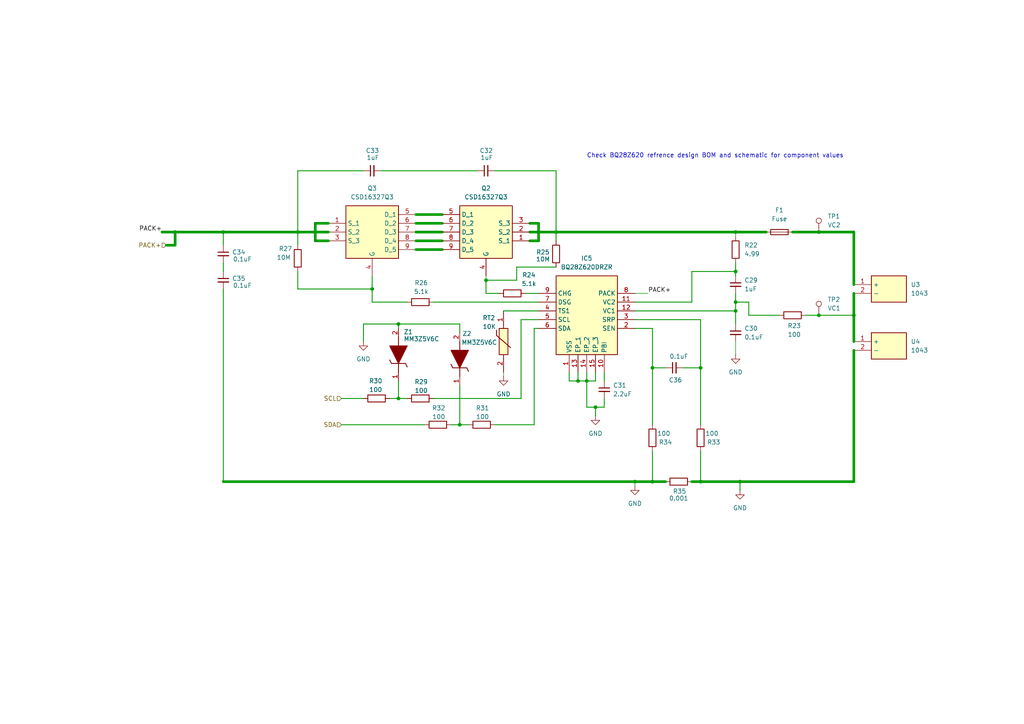
<source format=kicad_sch>
(kicad_sch (version 20250114) (generator "eeschema") (generator_version "9.0")
  (paper "A4")
  (lib_symbols
    (symbol "103AT-2:103AT-2" (pin_names (hide yes))
      (property "Reference" "RT" (at 13.97 6.35 0))
      (property "Value" "103AT-2" (at 13.97 3.81 0))
      (symbol "103AT-2_1_1"
        (rectangle (start 5.08 1.27) (end 12.7 -1.27) (stroke (width 0.254)) (fill (type background)))
        (polyline (pts (xy 5.588 -2.032) (xy 7.112 -2.032)) (stroke (width 0.254)))
        (polyline (pts (xy 10.668 2.032) (xy 7.112 -2.032)) (stroke (width 0.254)))
        (pin passive line (at 0 0 0) (length 5.08) (name "1") (number "1"))
        (pin passive line (at 17.78 0 180) (length 5.08) (name "2") (number "2"))
      )
    )
    (symbol "1043_1"
      (property "Reference" "U" (at 16.51 7.62 0))
      (property "Value" "1043" (at 16.51 5.08 0))
      (symbol "1043_1_1_1"
        (rectangle (start 5.08 2.54) (end 15.24 -5.08) (stroke (width 0.254)) (fill (type background)))
        (pin passive line (at 0 0 0) (length 5.08) (name "+") (number "1"))
        (pin passive line (at 0 -2.54 0) (length 5.08) (name "-") (number "2"))
      )
    )
    (symbol "BQ28Z620DRZR_1"
      (property "Reference" "IC5" (at 13.97 7.62 0))
      (property "Value" "BQ28Z620DRZR" (at 13.97 5.08 0))
      (symbol "BQ28Z620DRZR_1_1_1"
        (rectangle (start 5.08 2.54) (end 22.86 -20.32) (stroke (width 0.254)) (fill (type background)))
        (pin passive line (at 0 -2.54 0) (length 5.08) (name "CHG") (number "9"))
        (pin passive line (at 0 -5.08 0) (length 5.08) (name "DSG") (number "7"))
        (pin passive line (at 0 -7.62 0) (length 5.08) (name "TS1") (number "4"))
        (pin passive line (at 0 -10.16 0) (length 5.08) (name "SCL") (number "5"))
        (pin passive line (at 0 -12.7 0) (length 5.08) (name "SDA") (number "6"))
        (pin passive line (at 8.89 -25.4 90) (length 5.08) (name "VSS") (number "1"))
        (pin passive line (at 11.43 -25.4 90) (length 5.08) (name "EP_1") (number "13"))
        (pin passive line (at 13.97 -25.4 90) (length 5.08) (name "EP_2") (number "14"))
        (pin passive line (at 16.51 -25.4 90) (length 5.08) (name "EP_3") (number "15"))
        (pin passive line (at 19.05 -25.4 90) (length 5.08) (name "PBI") (number "10"))
        (pin passive line (at 27.94 -2.54 180) (length 5.08) (name "PACK") (number "8"))
        (pin passive line (at 27.94 -5.08 180) (length 5.08) (name "VC2") (number "11"))
        (pin passive line (at 27.94 -7.62 180) (length 5.08) (name "VC1") (number "12"))
        (pin passive line (at 27.94 -10.16 180) (length 5.08) (name "SRP") (number "3"))
        (pin passive line (at 27.94 -12.7 180) (length 5.08) (name "SEN") (number "2"))
      )
    )
    (symbol "CSD16327Q3:CSD16327Q3"
      (property "Reference" "Q1" (at 12.7 7.62 0))
      (property "Value" "CSD16327Q3" (at 12.7 5.08 0))
      (symbol "CSD16327Q3_1_1"
        (rectangle (start 5.08 2.54) (end 20.32 -12.7) (stroke (width 0.254)) (fill (type background)))
        (pin passive line (at 0 -2.54 0) (length 5.08) (name "S_1") (number "1"))
        (pin passive line (at 0 -5.08 0) (length 5.08) (name "S_2") (number "2"))
        (pin passive line (at 0 -7.62 0) (length 5.08) (name "S_3") (number "3"))
        (pin passive line (at 12.7 -17.78 90) (length 5.08) (name "G") (number "4"))
        (pin passive line (at 25.4 0 180) (length 5.08) (name "D_1") (number "5"))
        (pin passive line (at 25.4 -2.54 180) (length 5.08) (name "D_2") (number "6"))
        (pin passive line (at 25.4 -5.08 180) (length 5.08) (name "D_3") (number "7"))
        (pin passive line (at 25.4 -7.62 180) (length 5.08) (name "D_4") (number "8"))
        (pin passive line (at 25.4 -10.16 180) (length 5.08) (name "D_5") (number "9"))
      )
    )
    (symbol "CSD16327Q3_1"
      (property "Reference" "Q2" (at 12.7 7.62 0))
      (property "Value" "CSD16327Q3" (at 12.7 5.08 0))
      (symbol "CSD16327Q3_1_1_1"
        (rectangle (start 5.08 2.54) (end 20.32 -12.7) (stroke (width 0.254)) (fill (type background)))
        (pin passive line (at 0 0 0) (length 5.08) (name "D_1") (number "5"))
        (pin passive line (at 0 -2.54 0) (length 5.08) (name "D_2") (number "6"))
        (pin passive line (at 0 -5.08 0) (length 5.08) (name "D_3") (number "7"))
        (pin passive line (at 0 -7.62 0) (length 5.08) (name "D_4") (number "8"))
        (pin passive line (at 0 -10.16 0) (length 5.08) (name "D_5") (number "9"))
        (pin passive line (at 12.7 -17.78 90) (length 5.08) (name "G") (number "4"))
        (pin passive line (at 25.4 -2.54 180) (length 5.08) (name "S_3") (number "3"))
        (pin passive line (at 25.4 -5.08 180) (length 5.08) (name "S_2") (number "2"))
        (pin passive line (at 25.4 -7.62 180) (length 5.08) (name "S_1") (number "1"))
      )
    )
    (symbol "Connector:TestPoint" (pin_numbers (hide yes)) (pin_names (offset 0.762) (hide yes))
      (property "Reference" "TP" (at 0 6.858 0))
      (property "Value" "TestPoint" (at 0 5.08 0))
      (symbol "TestPoint_0_1"
        (circle (center 0 3.302) (radius 0.762))
      )
      (symbol "TestPoint_1_1"
        (pin passive line (at 0 0 90) (length 2.54) (name "1") (number "1"))
      )
    )
    (symbol "Device:C_Small" (pin_numbers (hide yes)) (pin_names (offset 0.254) (hide yes))
      (property "Reference" "C" (at 0.254 1.778 0))
      (property "Value" "C_Small" (at 0.254 -2.032 0))
      (symbol "C_Small_0_1"
        (polyline (pts (xy -1.524 0.508) (xy 1.524 0.508)) (stroke (width 0.3048)))
        (polyline (pts (xy -1.524 -0.508) (xy 1.524 -0.508)) (stroke (width 0.3302)))
      )
      (symbol "C_Small_1_1"
        (pin passive line (at 0 2.54 270) (length 2.032) (name "~") (number "1"))
        (pin passive line (at 0 -2.54 90) (length 2.032) (name "~") (number "2"))
      )
    )
    (symbol "Device:Fuse" (pin_numbers (hide yes)) (pin_names (offset 0))
      (property "Reference" "F" (at 2.032 0 90))
      (property "Value" "Fuse" (at -1.905 0 90))
      (symbol "Fuse_0_1"
        (rectangle (start -0.762 -2.54) (end 0.762 2.54) (stroke (width 0.254)))
        (polyline (pts (xy 0 2.54) (xy 0 -2.54)))
      )
      (symbol "Fuse_1_1"
        (pin passive line (at 0 3.81 270) (length 1.27) (name "~") (number "1"))
        (pin passive line (at 0 -3.81 90) (length 1.27) (name "~") (number "2"))
      )
    )
    (symbol "Device:R" (pin_numbers (hide yes)) (pin_names (offset 0))
      (property "Reference" "R" (at 2.032 0 90))
      (property "Value" "R" (at 0 0 90))
      (symbol "R_0_1"
        (rectangle (start -1.016 -2.54) (end 1.016 2.54) (stroke (width 0.254)))
      )
      (symbol "R_1_1"
        (pin passive line (at 0 3.81 270) (length 1.27) (name "~") (number "1"))
        (pin passive line (at 0 -3.81 90) (length 1.27) (name "~") (number "2"))
      )
    )
    (symbol "MM3Z5V6C:MM3Z5V6C" (pin_names (hide yes))
      (property "Reference" "Z" (at 10.16 8.89 0))
      (property "Value" "MM3Z5V6C" (at 10.16 6.35 0))
      (symbol "MM3Z5V6C_1_1"
        (polyline (pts (xy 2.54 0) (xy 5.08 0)) (stroke (width 0.254)))
        (polyline (pts (xy 4.064 -2.54) (xy 5.08 -2.032)) (stroke (width 0.254)))
        (polyline (pts (xy 5.08 2.032) (xy 5.08 -2.032)) (stroke (width 0.254)))
        (polyline (pts (xy 5.08 2.032) (xy 6.096 2.54)) (stroke (width 0.254)))
        (polyline (pts (xy 5.08 0) (xy 10.16 2.54) (xy 10.16 -2.54) (xy 5.08 0)) (stroke (width 0.254)) (fill (type outline)))
        (polyline (pts (xy 12.7 0) (xy 10.16 0)) (stroke (width 0.254)))
        (pin passive line (at 0 0 0) (length 2.54) (name "K") (number "1"))
        (pin passive line (at 15.24 0 180) (length 2.54) (name "A") (number "2"))
      )
    )
    (symbol "power:GND" (power) (pin_numbers (hide yes)) (pin_names (offset 0) (hide yes))
      (property "Value" "GND" (at 0 -3.81 0))
      (symbol "GND_0_1"
        (polyline (pts (xy 0 0) (xy 0 -1.27) (xy 1.27 -1.27) (xy 0 -2.54) (xy -1.27 -1.27) (xy 0 -1.27)))
      )
      (symbol "GND_1_1"
        (pin power_in line (at 0 0 270) (length 0) (name "~") (number "1"))
      )
    )
  )
  (text "Check BQ28Z620 refrence design BOM and schematic for component values\n" (at 170.18 45.212 0) (effects (font (size 1.27 1.27)) (justify left)))
  (junction (at 213.36 87.63))
  (junction (at 237.49 67.31))
  (junction (at 213.36 90.17))
  (junction (at 115.57 115.57))
  (junction (at 86.36 67.31))
  (junction (at 107.95 83.82))
  (junction (at 203.2 106.68))
  (junction (at 247.65 91.44))
  (junction (at 214.63 139.7))
  (junction (at 203.2 139.7))
  (junction (at 50.8 67.31))
  (junction (at 237.49 91.44))
  (junction (at 170.18 110.49))
  (junction (at 161.29 67.31))
  (junction (at 156.21 67.31))
  (junction (at 140.97 81.28))
  (junction (at 213.36 78.74))
  (junction (at 64.77 67.31))
  (junction (at 189.23 106.68))
  (junction (at 213.36 67.31))
  (junction (at 133.35 123.19))
  (junction (at 91.44 67.31))
  (junction (at 189.23 139.7))
  (junction (at 172.72 118.11))
  (junction (at 167.64 110.49))
  (junction (at 184.15 139.7))
  (junction (at 115.57 93.98))
  (wire (pts (xy 115.57 110.49) (xy 115.57 115.57)) (stroke (width 0.254)))
  (wire (pts (xy 214.63 139.7) (xy 247.65 139.7)) (stroke (width 0.762)))
  (wire (pts (xy 120.65 64.77) (xy 128.27 64.77)) (stroke (width 0.762)))
  (wire (pts (xy 105.41 93.98) (xy 105.41 99.06)) (stroke (width 0.254)))
  (wire (pts (xy 156.21 92.71) (xy 151.13 92.71)) (stroke (width 0.254)))
  (wire (pts (xy 86.36 83.82) (xy 107.95 83.82)) (stroke (width 0.254)))
  (wire (pts (xy 213.36 67.31) (xy 213.36 68.58)))
  (wire (pts (xy 64.77 83.82) (xy 64.77 139.7)) (stroke (width 0.254)))
  (wire (pts (xy 213.36 78.74) (xy 213.36 80.01)) (stroke (width 0.254)))
  (wire (pts (xy 193.04 106.68) (xy 189.23 106.68)) (stroke (width 0.254)))
  (wire (pts (xy 133.35 111.76) (xy 133.35 123.19)) (stroke (width 0.254)))
  (wire (pts (xy 86.36 67.31) (xy 86.36 71.12)) (stroke (width 0.254)))
  (wire (pts (xy 203.2 130.81) (xy 203.2 139.7)) (stroke (width 0.254)))
  (wire (pts (xy 64.77 76.2) (xy 64.77 78.74)) (stroke (width 0.254)))
  (wire (pts (xy 115.57 93.98) (xy 115.57 95.25)) (stroke (width 0.254)))
  (wire (pts (xy 167.64 107.95) (xy 167.64 110.49)) (stroke (width 0.254)))
  (wire (pts (xy 229.87 67.31) (xy 237.49 67.31)) (stroke (width 0.762)))
  (wire (pts (xy 115.57 115.57) (xy 118.11 115.57)) (stroke (width 0.254)))
  (wire (pts (xy 175.26 115.57) (xy 175.26 118.11)) (stroke (width 0.254)))
  (wire (pts (xy 161.29 77.47) (xy 149.86 77.47)) (stroke (width 0.254)))
  (wire (pts (xy 184.15 87.63) (xy 200.66 87.63)) (stroke (width 0.254)))
  (wire (pts (xy 99.06 115.57) (xy 105.41 115.57)) (stroke (width 0.254)))
  (wire (pts (xy 151.13 92.71) (xy 151.13 115.57)) (stroke (width 0.254)))
  (wire (pts (xy 120.65 62.23) (xy 128.27 62.23)) (stroke (width 0.762)))
  (wire (pts (xy 203.2 92.71) (xy 203.2 106.68)) (stroke (width 0.254)))
  (wire (pts (xy 172.72 107.95) (xy 172.72 110.49)) (stroke (width 0.254)))
  (wire (pts (xy 140.97 80.01) (xy 140.97 81.28)))
  (wire (pts (xy 189.23 106.68) (xy 189.23 123.19)) (stroke (width 0.254)))
  (wire (pts (xy 50.8 67.31) (xy 50.8 71.12)) (stroke (width 0.762)))
  (wire (pts (xy 167.64 110.49) (xy 170.18 110.49)) (stroke (width 0.254)))
  (wire (pts (xy 64.77 139.7) (xy 184.15 139.7)) (stroke (width 0.762)))
  (wire (pts (xy 154.94 95.25) (xy 154.94 123.19)) (stroke (width 0.254)))
  (wire (pts (xy 133.35 123.19) (xy 135.89 123.19)) (stroke (width 0.254)))
  (wire (pts (xy 154.94 123.19) (xy 143.51 123.19)) (stroke (width 0.254)))
  (wire (pts (xy 99.06 123.19) (xy 123.19 123.19)) (stroke (width 0.254)))
  (wire (pts (xy 200.66 87.63) (xy 200.66 78.74)) (stroke (width 0.254)))
  (wire (pts (xy 130.81 123.19) (xy 133.35 123.19)) (stroke (width 0.254)))
  (wire (pts (xy 217.17 87.63) (xy 213.36 87.63)) (stroke (width 0.254)))
  (wire (pts (xy 105.41 49.53) (xy 86.36 49.53)) (stroke (width 0.254)))
  (wire (pts (xy 107.95 87.63) (xy 107.95 83.82)) (stroke (width 0.254)))
  (wire (pts (xy 247.65 85.09) (xy 247.65 91.44)) (stroke (width 0.762)))
  (wire (pts (xy 120.65 69.85) (xy 128.27 69.85)) (stroke (width 0.762)))
  (wire (pts (xy 153.67 67.31) (xy 156.21 67.31)) (stroke (width 0.762)))
  (wire (pts (xy 184.15 139.7) (xy 189.23 139.7)) (stroke (width 0.762)))
  (wire (pts (xy 156.21 69.85) (xy 156.21 67.31)) (stroke (width 0.762)))
  (wire (pts (xy 213.36 67.31) (xy 222.25 67.31)) (stroke (width 0.762)))
  (wire (pts (xy 247.65 91.44) (xy 247.65 99.06)) (stroke (width 0.762)))
  (wire (pts (xy 189.23 95.25) (xy 189.23 106.68)) (stroke (width 0.254)))
  (wire (pts (xy 50.8 67.31) (xy 64.77 67.31)) (stroke (width 0.762)))
  (wire (pts (xy 91.44 69.85) (xy 95.25 69.85)) (stroke (width 0.762)))
  (wire (pts (xy 189.23 130.81) (xy 189.23 139.7)) (stroke (width 0.254)))
  (wire (pts (xy 153.67 64.77) (xy 156.21 64.77)) (stroke (width 0.762)))
  (wire (pts (xy 237.49 91.44) (xy 247.65 91.44)) (stroke (width 0.254)))
  (wire (pts (xy 161.29 49.53) (xy 161.29 67.31)) (stroke (width 0.254)))
  (wire (pts (xy 120.65 67.31) (xy 128.27 67.31)) (stroke (width 0.762)))
  (wire (pts (xy 110.49 49.53) (xy 138.43 49.53)) (stroke (width 0.254)))
  (wire (pts (xy 153.67 69.85) (xy 156.21 69.85)) (stroke (width 0.762)))
  (wire (pts (xy 200.66 78.74) (xy 213.36 78.74)) (stroke (width 0.254)))
  (wire (pts (xy 161.29 67.31) (xy 213.36 67.31)) (stroke (width 0.762)))
  (wire (pts (xy 175.26 118.11) (xy 172.72 118.11)) (stroke (width 0.254)))
  (wire (pts (xy 156.21 67.31) (xy 161.29 67.31)) (stroke (width 0.762)))
  (wire (pts (xy 91.44 64.77) (xy 91.44 67.31)) (stroke (width 0.762)))
  (wire (pts (xy 247.65 82.55) (xy 247.65 67.31)) (stroke (width 0.762)))
  (wire (pts (xy 161.29 67.31) (xy 161.29 69.85)) (stroke (width 0.254)))
  (wire (pts (xy 133.35 93.98) (xy 115.57 93.98)) (stroke (width 0.254)))
  (wire (pts (xy 113.03 115.57) (xy 115.57 115.57)) (stroke (width 0.254)))
  (wire (pts (xy 107.95 83.82) (xy 107.95 80.01)) (stroke (width 0.254)))
  (wire (pts (xy 217.17 91.44) (xy 217.17 87.63)) (stroke (width 0.254)))
  (wire (pts (xy 140.97 81.28) (xy 140.97 85.09)) (stroke (width 0.254)))
  (wire (pts (xy 175.26 107.95) (xy 175.26 110.49)) (stroke (width 0.254)))
  (wire (pts (xy 91.44 67.31) (xy 91.44 69.85)) (stroke (width 0.762)))
  (wire (pts (xy 156.21 95.25) (xy 154.94 95.25)) (stroke (width 0.254)))
  (wire (pts (xy 213.36 90.17) (xy 213.36 93.98)) (stroke (width 0.254)))
  (wire (pts (xy 184.15 140.97) (xy 184.15 139.7)))
  (wire (pts (xy 149.86 81.28) (xy 140.97 81.28)) (stroke (width 0.254)))
  (wire (pts (xy 165.1 107.95) (xy 165.1 110.49)) (stroke (width 0.254)))
  (wire (pts (xy 86.36 49.53) (xy 86.36 67.31)) (stroke (width 0.254)))
  (wire (pts (xy 200.66 139.7) (xy 203.2 139.7)) (stroke (width 0.762)))
  (wire (pts (xy 213.36 87.63) (xy 213.36 85.09)) (stroke (width 0.254)))
  (wire (pts (xy 187.96 85.09) (xy 184.15 85.09)))
  (wire (pts (xy 120.65 72.39) (xy 128.27 72.39)) (stroke (width 0.762)))
  (wire (pts (xy 64.77 67.31) (xy 64.77 71.12)) (stroke (width 0.254)))
  (wire (pts (xy 86.36 78.74) (xy 86.36 83.82)) (stroke (width 0.254)))
  (wire (pts (xy 233.68 91.44) (xy 237.49 91.44)) (stroke (width 0.254)))
  (wire (pts (xy 152.4 85.09) (xy 156.21 85.09)) (stroke (width 0.254)))
  (wire (pts (xy 156.21 90.17) (xy 146.05 90.17)) (stroke (width 0.254)))
  (wire (pts (xy 172.72 118.11) (xy 170.18 118.11)) (stroke (width 0.254)))
  (wire (pts (xy 170.18 107.95) (xy 170.18 110.49)) (stroke (width 0.254)))
  (wire (pts (xy 133.35 96.52) (xy 133.35 93.98)) (stroke (width 0.254)))
  (wire (pts (xy 170.18 118.11) (xy 170.18 110.49)) (stroke (width 0.254)))
  (wire (pts (xy 213.36 90.17) (xy 213.36 87.63)) (stroke (width 0.254)))
  (wire (pts (xy 95.25 64.77) (xy 91.44 64.77)) (stroke (width 0.762)))
  (wire (pts (xy 172.72 118.11) (xy 172.72 120.65)) (stroke (width 0.254)))
  (wire (pts (xy 149.86 77.47) (xy 149.86 81.28)) (stroke (width 0.254)))
  (wire (pts (xy 91.44 67.31) (xy 95.25 67.31)) (stroke (width 0.762)))
  (wire (pts (xy 184.15 92.71) (xy 203.2 92.71)) (stroke (width 0.254)))
  (wire (pts (xy 151.13 115.57) (xy 125.73 115.57)) (stroke (width 0.254)))
  (wire (pts (xy 156.21 64.77) (xy 156.21 67.31)) (stroke (width 0.762)))
  (wire (pts (xy 203.2 106.68) (xy 203.2 123.19)) (stroke (width 0.254)))
  (wire (pts (xy 86.36 67.31) (xy 91.44 67.31)) (stroke (width 0.762)))
  (wire (pts (xy 144.78 85.09) (xy 140.97 85.09)) (stroke (width 0.254)))
  (wire (pts (xy 189.23 95.25) (xy 184.15 95.25)) (stroke (width 0.254)))
  (wire (pts (xy 118.11 87.63) (xy 107.95 87.63)) (stroke (width 0.254)))
  (wire (pts (xy 165.1 110.49) (xy 167.64 110.49)) (stroke (width 0.254)))
  (wire (pts (xy 213.36 76.2) (xy 213.36 78.74)) (stroke (width 0.254)))
  (wire (pts (xy 198.12 106.68) (xy 203.2 106.68)) (stroke (width 0.254)))
  (wire (pts (xy 247.65 101.6) (xy 247.65 139.7)) (stroke (width 0.762)))
  (wire (pts (xy 125.73 87.63) (xy 156.21 87.63)) (stroke (width 0.254)))
  (wire (pts (xy 214.63 139.7) (xy 214.63 142.24)) (stroke (width 0.254)))
  (wire (pts (xy 48.26 71.12) (xy 50.8 71.12)) (stroke (width 0.762)))
  (wire (pts (xy 170.18 110.49) (xy 172.72 110.49)) (stroke (width 0.254)))
  (wire (pts (xy 143.51 49.53) (xy 161.29 49.53)) (stroke (width 0.254)))
  (wire (pts (xy 189.23 139.7) (xy 193.04 139.7)) (stroke (width 0.762)))
  (wire (pts (xy 226.06 91.44) (xy 217.17 91.44)) (stroke (width 0.254)))
  (wire (pts (xy 237.49 67.31) (xy 247.65 67.31)) (stroke (width 0.762)))
  (wire (pts (xy 203.2 139.7) (xy 214.63 139.7)) (stroke (width 0.762)))
  (wire (pts (xy 184.15 90.17) (xy 213.36 90.17)) (stroke (width 0.254)))
  (wire (pts (xy 146.05 107.95) (xy 146.05 109.22)))
  (wire (pts (xy 64.77 67.31) (xy 86.36 67.31)) (stroke (width 0.762)))
  (wire (pts (xy 46.99 67.31) (xy 50.8 67.31)) (stroke (width 0.762)))
  (wire (pts (xy 115.57 93.98) (xy 105.41 93.98)) (stroke (width 0.254)))
  (wire (pts (xy 213.36 99.06) (xy 213.36 102.87)))
  (label "PACK+" (at 46.99 67.31 180))
  (label "PACK+" (at 187.96 85.09 0))
  (hierarchical_label "PACK+" (shape input) (at 48.26 71.12 180))
  (hierarchical_label "SDA" (shape input) (at 99.06 123.19 180))
  (hierarchical_label "SCL" (shape input) (at 99.06 115.57 180))
  (symbol (lib_id "Device:C_Small") (at 175.26 113.03 0) (unit 1)
    (property "Reference" "C31" (at 177.8 111.7662 0) (effects (justify left)))
    (property "Value" "2.2uF" (at 177.8 114.3 0) (effects (justify left)))
    (property "Footprint" "Capacitor_SMD:C_0805_2012Metric" (effects (hide yes)))
    (property "Description" "Unpolarized capacitor, small symbol" (effects (hide yes)))
  )
  (symbol (lib_id "MM3Z5V6C:MM3Z5V6C") (at 133.35 111.76 90) (unit 1)
    (property "Reference" "Z2" (at 134.112 96.774 90) (effects (justify right)))
    (property "Value" "MM3Z5V6C" (at 133.858 99.314 90) (effects (justify right)))
    (property "Footprint" "MM3Z5V6C:SODFL2513X100N" (effects (hide yes)))
    (property "Datasheet" "https://www.onsemi.com/pub/Collateral/MM3Z9V1C-D.PDF" (effects (hide yes)))
    (property "Description" "Wide Zener Voltage Range Selection, 2.4V to 75V; VZ Tolerance Selection of +/-5% (C Series); Very Small and Thin SMD package; Matte Tin(Sn) finish, Pb Free" (effects (hide yes)))
    (property "Height" "1" (effects (hide yes)))
    (property "Mouser Part Number" "512-MM3Z5V6C" (effects (hide yes)))
    (property "Mouser Price/Stock" "https://www.mouser.co.uk/ProductDetail/onsemi-Fairchild/MM3Z5V6C?qs=rXqtSHp76q6mZxise9dftg%3D%3D" (effects (hide yes)))
    (property "Manufacturer_Name" "onsemi" (effects (hide yes)))
    (property "Manufacturer_Part_Number" "MM3Z5V6C" (effects (hide yes)))
  )
  (symbol (lib_id "Device:R") (at 121.92 87.63 270) (unit 1)
    (property "Reference" "R26" (at 122.174 82.042 90))
    (property "Value" "5.1k" (at 122.174 84.582 90))
    (property "Footprint" "Resistor_SMD:R_0805_2012Metric" (effects (hide yes)))
    (property "Description" "Resistor" (effects (hide yes)))
  )
  (symbol (lib_id "power:GND") (at 184.15 140.97 0) (unit 1)
    (property "Reference" "#PWR028" (effects (hide yes)))
    (property "Value" "GND" (at 184.15 146.05 0))
    (property "Description" "Power symbol creates a global label with name \"GND\" , ground" (effects (hide yes)))
  )
  (symbol (lib_id "103AT-2:103AT-2") (at 146.05 90.17 270) (unit 1)
    (property "Reference" "RT2" (at 139.954 92.202 90) (effects (justify left)))
    (property "Value" "10K" (at 139.954 94.742 90) (effects (justify left)))
    (property "Footprint" "103AT-2:103AT2" (effects (hide yes)))
    (property "Datasheet" "https://www.semitec-global.com/uploads/2022/01/P12-13-AT-Thermistor.pdf" (effects (hide yes)))
    (property "Description" "NTC (Negative Temperature Coefficient) Thermistors 10kohm 1%" (effects (hide yes)))
    (property "Height" "9.5" (effects (hide yes)))
    (property "Mouser Part Number" "954-103AT-2" (effects (hide yes)))
    (property "Mouser Price/Stock" "https://www.mouser.co.uk/ProductDetail/Semitec/103AT-2?qs=wgO0AD0o1vvcDzsKguD%252Bew%3D%3D" (effects (hide yes)))
    (property "Manufacturer_Name" "Semitec" (effects (hide yes)))
    (property "Manufacturer_Part_Number" "103AT-2" (effects (hide yes)))
  )
  (symbol (lib_id "Device:R") (at 127 123.19 270) (unit 1)
    (property "Reference" "R32" (at 127.254 118.364 90))
    (property "Value" "100" (at 127.254 120.904 90))
    (property "Footprint" "Resistor_SMD:R_0805_2012Metric" (effects (hide yes)))
    (property "Description" "Resistor" (effects (hide yes)))
  )
  (symbol (lib_id "Device:C_Small") (at 140.97 49.53 90) (unit 1)
    (property "Reference" "C32" (at 143.002 43.688 90) (effects (justify left)))
    (property "Value" "1uF" (at 143.002 45.72 90) (effects (justify left)))
    (property "Footprint" "Capacitor_SMD:C_0805_2012Metric" (effects (hide yes)))
    (property "Description" "Unpolarized capacitor, small symbol" (effects (hide yes)))
  )
  (symbol (lib_id "Device:C_Small") (at 213.36 96.52 0) (unit 1)
    (property "Reference" "C30" (at 215.9 95.2562 0) (effects (justify left)))
    (property "Value" "0.1uF" (at 215.9 97.79 0) (effects (justify left)))
    (property "Footprint" "Capacitor_SMD:C_0805_2012Metric" (effects (hide yes)))
    (property "Description" "Unpolarized capacitor, small symbol" (effects (hide yes)))
  )
  (symbol (lib_name "CSD16327Q3_1") (lib_id "CSD16327Q3:CSD16327Q3") (at 128.27 62.23 0) (unit 1)
    (property "Reference" "Q2" (at 140.97 54.61 0))
    (property "Value" "CSD16327Q3" (at 140.97 57.15 0))
    (property "Footprint" "CSD16327Q3:CSD16327Q3" (effects (hide yes)))
    (property "Description" "MOSFET N-Channel NexFET Pwr MOSFET" (effects (hide yes)))
    (property "Height" "1.1" (effects (hide yes)))
    (property "Mouser Part Number" "595-CSD16327Q3" (effects (hide yes)))
    (property "Mouser Price/Stock" "https://www.mouser.co.uk/ProductDetail/Texas-Instruments/CSD16327Q3?qs=3jfYfyvUSwCG33cNK3hedw%3D%3D" (effects (hide yes)))
    (property "Manufacturer_Name" "Texas Instruments" (effects (hide yes)))
    (property "Manufacturer_Part_Number" "CSD16327Q3" (effects (hide yes)))
  )
  (symbol (lib_id "Device:C_Small") (at 195.58 106.68 90) (unit 1)
    (property "Reference" "C36" (at 197.866 110.236 90) (effects (justify left)))
    (property "Value" "0.1uF" (at 199.644 103.378 90) (effects (justify left)))
    (property "Footprint" "Capacitor_SMD:C_0805_2012Metric" (effects (hide yes)))
    (property "Description" "Unpolarized capacitor, small symbol" (effects (hide yes)))
  )
  (symbol (lib_id "Device:R") (at 121.92 115.57 270) (unit 1)
    (property "Reference" "R29" (at 122.174 110.744 90))
    (property "Value" "100" (at 122.174 113.284 90))
    (property "Footprint" "Resistor_SMD:R_0805_2012Metric" (effects (hide yes)))
    (property "Description" "Resistor" (effects (hide yes)))
  )
  (symbol (lib_id "Connector:TestPoint") (at 237.49 67.31 0) (unit 1)
    (property "Reference" "TP1" (at 240.03 62.7379 0) (effects (justify left)))
    (property "Value" "VC2" (at 240.03 65.2779 0) (effects (justify left)))
    (property "Footprint" "TestPoint:TestPoint_Pad_3.0x3.0mm" (effects (hide yes)))
    (property "Description" "test point" (effects (hide yes)))
  )
  (symbol (lib_id "power:GND") (at 214.63 142.24 0) (unit 1)
    (property "Reference" "#PWR016" (effects (hide yes)))
    (property "Value" "GND" (at 214.63 147.32 0))
    (property "Description" "Power symbol creates a global label with name \"GND\" , ground" (effects (hide yes)))
  )
  (symbol (lib_id "MM3Z5V6C:MM3Z5V6C") (at 115.57 110.49 90) (unit 1)
    (property "Reference" "Z1" (at 117.094 96.266 90) (effects (justify right)))
    (property "Value" "MM3Z5V6C" (at 117.094 98.298 90) (effects (justify right)))
    (property "Footprint" "MM3Z5V6C:SODFL2513X100N" (effects (hide yes)))
    (property "Datasheet" "https://www.onsemi.com/pub/Collateral/MM3Z9V1C-D.PDF" (effects (hide yes)))
    (property "Description" "Wide Zener Voltage Range Selection, 2.4V to 75V; VZ Tolerance Selection of +/-5% (C Series); Very Small and Thin SMD package; Matte Tin(Sn) finish, Pb Free" (effects (hide yes)))
    (property "Height" "1" (effects (hide yes)))
    (property "Mouser Part Number" "512-MM3Z5V6C" (effects (hide yes)))
    (property "Mouser Price/Stock" "https://www.mouser.co.uk/ProductDetail/onsemi-Fairchild/MM3Z5V6C?qs=rXqtSHp76q6mZxise9dftg%3D%3D" (effects (hide yes)))
    (property "Manufacturer_Name" "onsemi" (effects (hide yes)))
    (property "Manufacturer_Part_Number" "MM3Z5V6C" (effects (hide yes)))
  )
  (symbol (lib_name "BQ28Z620DRZR_1") (lib_id "BQ28Z620DRZR:BQ28Z620DRZR") (at 156.21 82.55 0) (unit 1)
    (property "Reference" "IC5" (at 170.18 74.93 0))
    (property "Value" "BQ28Z620DRZR" (at 170.18 77.47 0))
    (property "Footprint" "BQ28Z620DRZR:BQ28Z610DRZT" (effects (hide yes)))
    (property "Description" "Battery Management Battery fuel gauge with integrated protector for 1-series to 2 series packs with 1.2-V I/O" (effects (hide yes)))
    (property "Height" "1" (effects (hide yes)))
    (property "Mouser Part Number" "595-BQ28Z620DRZR" (effects (hide yes)))
    (property "Mouser Price/Stock" "https://www.mouser.co.uk/ProductDetail/Texas-Instruments/BQ28Z620DRZR?qs=3Rah4i%252BhyCHmiL1YWVaWZQ%3D%3D" (effects (hide yes)))
    (property "Manufacturer_Name" "Texas Instruments" (effects (hide yes)))
    (property "Manufacturer_Part_Number" "BQ28Z620DRZR" (effects (hide yes)))
  )
  (symbol (lib_name "1043_1") (lib_id "1043:1043") (at 247.65 82.55 0) (unit 1)
    (property "Reference" "U3" (at 264.16 82.5499 0) (effects (justify left)))
    (property "Value" "1043" (at 264.16 85.0899 0) (effects (justify left)))
    (property "Footprint" "1049P:1049" (effects (hide yes)))
    (property "Datasheet" "http://www.keyelco.com/product-pdf.cfm?p=919" (effects (hide yes)))
    (property "Description" "KEYSTONE - 1043 - BATTERY HOLDER, 18650, TH" (effects (hide yes)))
    (property "Mouser Part Number" "534-1043" (effects (hide yes)))
    (property "Mouser Price/Stock" "https://www.mouser.co.uk/ProductDetail/Keystone-Electronics/1043?qs=%2F7TOpeL5Mz6j%2FnxeOA1rsg%3D%3D" (effects (hide yes)))
    (property "Manufacturer_Name" "Keystone Electronics" (effects (hide yes)))
    (property "Manufacturer_Part_Number" "1043" (effects (hide yes)))
  )
  (symbol (lib_id "Device:R") (at 229.87 91.44 270) (unit 1)
    (property "Reference" "R23" (at 230.378 94.488 90))
    (property "Value" "100" (at 230.378 97.028 90))
    (property "Footprint" "Resistor_SMD:R_0805_2012Metric" (effects (hide yes)))
    (property "Description" "Resistor" (effects (hide yes)))
  )
  (symbol (lib_id "CSD16327Q3:CSD16327Q3") (at 95.25 62.23 0) (unit 1)
    (property "Reference" "Q3" (at 107.95 54.61 0))
    (property "Value" "CSD16327Q3" (at 107.95 57.15 0))
    (property "Footprint" "CSD16327Q3:CSD16327Q3" (effects (hide yes)))
    (property "Description" "MOSFET N-Channel NexFET Pwr MOSFET" (effects (hide yes)))
    (property "Height" "1.1" (effects (hide yes)))
    (property "Mouser Part Number" "595-CSD16327Q3" (effects (hide yes)))
    (property "Mouser Price/Stock" "https://www.mouser.co.uk/ProductDetail/Texas-Instruments/CSD16327Q3?qs=3jfYfyvUSwCG33cNK3hedw%3D%3D" (effects (hide yes)))
    (property "Manufacturer_Name" "Texas Instruments" (effects (hide yes)))
    (property "Manufacturer_Part_Number" "CSD16327Q3" (effects (hide yes)))
  )
  (symbol (lib_id "power:GND") (at 213.36 102.87 0) (unit 1)
    (property "Reference" "#PWR014" (effects (hide yes)))
    (property "Value" "GND" (at 213.36 107.95 0))
    (property "Description" "Power symbol creates a global label with name \"GND\" , ground" (effects (hide yes)))
  )
  (symbol (lib_id "Device:R") (at 148.59 85.09 270) (unit 1)
    (property "Reference" "R24" (at 153.416 79.756 90))
    (property "Value" "5.1k" (at 153.416 82.296 90))
    (property "Footprint" "Resistor_SMD:R_0805_2012Metric" (effects (hide yes)))
    (property "Description" "Resistor" (effects (hide yes)))
  )
  (symbol (lib_id "Device:R") (at 196.85 139.7 270) (unit 1)
    (property "Reference" "R35" (at 197.104 142.494 90))
    (property "Value" "0.001" (at 196.85 144.526 90))
    (property "Footprint" "Resistor_SMD:R_0805_2012Metric" (effects (hide yes)))
    (property "Description" "Resistor" (effects (hide yes)))
  )
  (symbol (lib_id "Device:R") (at 86.36 74.93 0) (unit 1)
    (property "Reference" "R27" (at 82.804 72.136 0))
    (property "Value" "10M" (at 82.296 74.676 0))
    (property "Footprint" "Resistor_SMD:R_0805_2012Metric" (effects (hide yes)))
    (property "Description" "Resistor" (effects (hide yes)))
  )
  (symbol (lib_id "Device:R") (at 139.7 123.19 270) (unit 1)
    (property "Reference" "R31" (at 139.954 118.364 90))
    (property "Value" "100" (at 139.954 120.904 90))
    (property "Footprint" "Resistor_SMD:R_0805_2012Metric" (effects (hide yes)))
    (property "Description" "Resistor" (effects (hide yes)))
  )
  (symbol (lib_id "Connector:TestPoint") (at 237.49 91.44 0) (unit 1)
    (property "Reference" "TP2" (at 240.03 86.8679 0) (effects (justify left)))
    (property "Value" "VC1" (at 240.03 89.4079 0) (effects (justify left)))
    (property "Footprint" "TestPoint:TestPoint_Pad_3.0x3.0mm" (effects (hide yes)))
    (property "Description" "test point" (effects (hide yes)))
  )
  (symbol (lib_id "Device:R") (at 189.23 127 180) (unit 1)
    (property "Reference" "R34" (at 193.04 128.27 0))
    (property "Value" "100" (at 192.532 125.73 0))
    (property "Footprint" "Resistor_SMD:R_0805_2012Metric" (effects (hide yes)))
    (property "Description" "Resistor" (effects (hide yes)))
  )
  (symbol (lib_id "Device:R") (at 161.29 73.66 0) (unit 1)
    (property "Reference" "R25" (at 157.48 73.152 0))
    (property "Value" "10M" (at 157.48 75.184 0))
    (property "Footprint" "Resistor_SMD:R_0805_2012Metric" (effects (hide yes)))
    (property "Description" "Resistor" (effects (hide yes)))
  )
  (symbol (lib_id "Device:Fuse") (at 226.06 67.31 90) (unit 1)
    (property "Reference" "F1" (at 226.06 60.96 90))
    (property "Value" "Fuse" (at 226.06 63.5 90))
    (property "Footprint" "Fuse:Fuse_0805_2012Metric" (effects (hide yes)))
    (property "Description" "Fuse" (effects (hide yes)))
  )
  (symbol (lib_name "1043_1") (lib_id "1043:1043") (at 247.65 99.06 0) (unit 1)
    (property "Reference" "U4" (at 264.16 99.0599 0) (effects (justify left)))
    (property "Value" "1043" (at 264.16 101.5999 0) (effects (justify left)))
    (property "Footprint" "1049P:1049" (effects (hide yes)))
    (property "Datasheet" "http://www.keyelco.com/product-pdf.cfm?p=919" (effects (hide yes)))
    (property "Description" "KEYSTONE - 1043 - BATTERY HOLDER, 18650, TH" (effects (hide yes)))
    (property "Mouser Part Number" "534-1043" (effects (hide yes)))
    (property "Mouser Price/Stock" "https://www.mouser.co.uk/ProductDetail/Keystone-Electronics/1043?qs=%2F7TOpeL5Mz6j%2FnxeOA1rsg%3D%3D" (effects (hide yes)))
    (property "Manufacturer_Name" "Keystone Electronics" (effects (hide yes)))
    (property "Manufacturer_Part_Number" "1043" (effects (hide yes)))
  )
  (symbol (lib_id "Device:C_Small") (at 213.36 82.55 0) (unit 1)
    (property "Reference" "C29" (at 215.9 81.2862 0) (effects (justify left)))
    (property "Value" "1uF" (at 215.9 83.82 0) (effects (justify left)))
    (property "Footprint" "Capacitor_SMD:C_0805_2012Metric" (effects (hide yes)))
    (property "Description" "Unpolarized capacitor, small symbol" (effects (hide yes)))
  )
  (symbol (lib_id "power:GND") (at 172.72 120.65 0) (unit 1)
    (property "Reference" "#PWR05" (effects (hide yes)))
    (property "Value" "GND" (at 172.72 125.73 0))
    (property "Description" "Power symbol creates a global label with name \"GND\" , ground" (effects (hide yes)))
  )
  (symbol (lib_id "Device:R") (at 109.22 115.57 270) (unit 1)
    (property "Reference" "R30" (at 108.966 110.49 90))
    (property "Value" "100" (at 108.966 113.03 90))
    (property "Footprint" "Resistor_SMD:R_0805_2012Metric" (effects (hide yes)))
    (property "Description" "Resistor" (effects (hide yes)))
  )
  (symbol (lib_id "Device:C_Small") (at 107.95 49.53 90) (unit 1)
    (property "Reference" "C33" (at 109.982 43.688 90) (effects (justify left)))
    (property "Value" "1uF" (at 109.982 45.72 90) (effects (justify left)))
    (property "Footprint" "Capacitor_SMD:C_0805_2012Metric" (effects (hide yes)))
    (property "Description" "Unpolarized capacitor, small symbol" (effects (hide yes)))
  )
  (symbol (lib_id "Device:C_Small") (at 64.77 81.28 0) (unit 1)
    (property "Reference" "C35" (at 67.31 80.772 0) (effects (justify left)))
    (property "Value" "0.1uF" (at 67.564 82.804 0) (effects (justify left)))
    (property "Footprint" "Capacitor_SMD:C_0805_2012Metric" (effects (hide yes)))
    (property "Description" "Unpolarized capacitor, small symbol" (effects (hide yes)))
  )
  (symbol (lib_id "Device:R") (at 203.2 127 180) (unit 1)
    (property "Reference" "R33" (at 207.01 128.27 0))
    (property "Value" "100" (at 206.502 125.73 0))
    (property "Footprint" "Resistor_SMD:R_0805_2012Metric" (effects (hide yes)))
    (property "Description" "Resistor" (effects (hide yes)))
  )
  (symbol (lib_id "power:GND") (at 105.41 99.06 0) (unit 1)
    (property "Reference" "#PWR01" (effects (hide yes)))
    (property "Value" "GND" (at 105.41 104.14 0))
    (property "Description" "Power symbol creates a global label with name \"GND\" , ground" (effects (hide yes)))
  )
  (symbol (lib_id "power:GND") (at 146.05 109.22 0) (unit 1)
    (property "Reference" "#PWR04" (effects (hide yes)))
    (property "Value" "GND" (at 146.05 114.3 0))
    (property "Description" "Power symbol creates a global label with name \"GND\" , ground" (effects (hide yes)))
  )
  (symbol (lib_id "Device:R") (at 213.36 72.39 180) (unit 1)
    (property "Reference" "R22" (at 215.9 71.1199 0) (effects (justify right)))
    (property "Value" "4.99" (at 215.9 73.6599 0) (effects (justify right)))
    (property "Footprint" "Resistor_SMD:R_0805_2012Metric" (effects (hide yes)))
    (property "Description" "Resistor" (effects (hide yes)))
  )
  (symbol (lib_id "Device:C_Small") (at 64.77 73.66 0) (unit 1)
    (property "Reference" "C34" (at 67.31 73.152 0) (effects (justify left)))
    (property "Value" "0.1uF" (at 67.564 75.184 0) (effects (justify left)))
    (property "Footprint" "Capacitor_SMD:C_0805_2012Metric" (effects (hide yes)))
    (property "Description" "Unpolarized capacitor, small symbol" (effects (hide yes)))
  )
)
</source>
